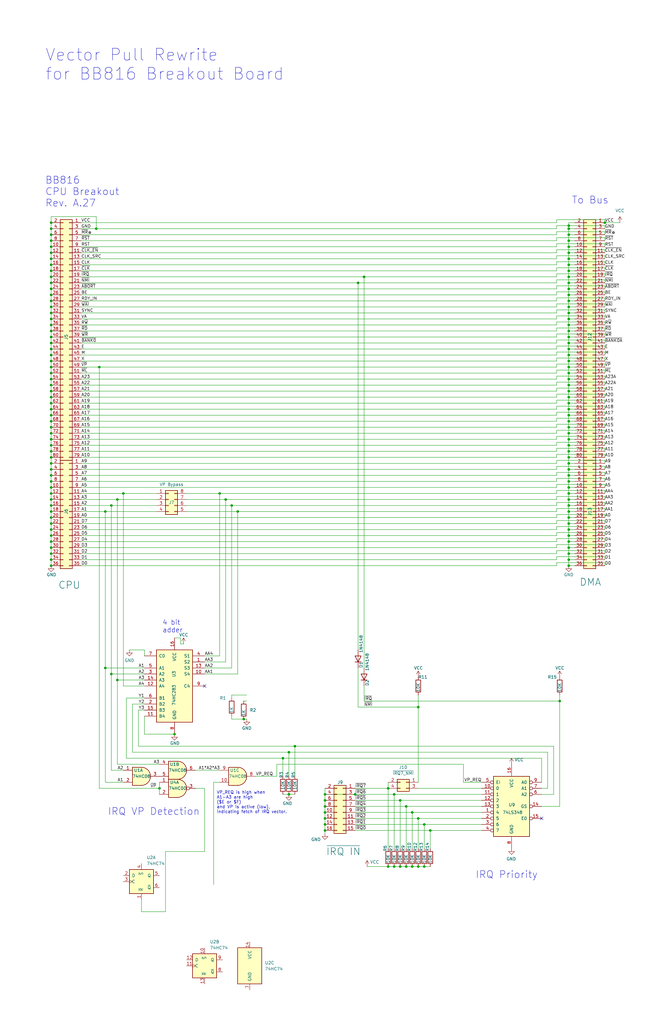
<source format=kicad_sch>
(kicad_sch (version 20230121) (generator eeschema)
  (paper "B" portrait)
  (junction (at 240.03 193.04))
  (junction (at 21.59 154.94))
  (junction (at 181.61 350.52))
  (junction (at 21.59 104.14))
  (junction (at 21.59 129.54))
  (junction (at 240.03 205.74))
  (junction (at 137.16 347.98))
  (junction (at 176.53 345.44))
  (junction (at 240.03 203.2))
  (junction (at 240.03 147.32))
  (junction (at 21.59 228.6))
  (junction (at 21.59 208.28))
  (junction (at 21.59 157.48))
  (junction (at 240.03 220.98))
  (junction (at 21.59 165.1))
  (junction (at 179.07 347.98))
  (junction (at 21.59 195.58))
  (junction (at 240.03 160.02))
  (junction (at 240.03 99.06))
  (junction (at 49.53 210.82))
  (junction (at 240.03 109.22))
  (junction (at 240.03 182.88))
  (junction (at 21.59 213.36))
  (junction (at 240.03 195.58))
  (junction (at 240.03 144.78))
  (junction (at 240.03 95.25))
  (junction (at 44.45 215.9))
  (junction (at 240.03 226.06))
  (junction (at 21.59 218.44))
  (junction (at 149.86 335.28))
  (junction (at 240.03 233.68))
  (junction (at 137.16 337.82))
  (junction (at 21.59 144.78))
  (junction (at 21.59 160.02))
  (junction (at 67.31 332.74))
  (junction (at 21.59 203.2))
  (junction (at 124.46 314.96))
  (junction (at 240.03 104.14))
  (junction (at 153.67 116.84))
  (junction (at 46.99 213.36))
  (junction (at 163.83 365.76))
  (junction (at 21.59 139.7))
  (junction (at 21.59 177.8))
  (junction (at 95.25 210.82))
  (junction (at 137.16 345.44))
  (junction (at 21.59 200.66))
  (junction (at 21.59 231.14))
  (junction (at 21.59 109.22))
  (junction (at 21.59 190.5))
  (junction (at 21.59 180.34))
  (junction (at 240.03 167.64))
  (junction (at 240.03 142.24))
  (junction (at 21.59 210.82))
  (junction (at 21.59 93.98))
  (junction (at 240.03 208.28))
  (junction (at 166.37 365.76))
  (junction (at 21.59 152.4))
  (junction (at 21.59 198.12))
  (junction (at 255.27 93.98))
  (junction (at 121.92 317.5))
  (junction (at 240.03 132.08))
  (junction (at 240.03 127))
  (junction (at 21.59 132.08))
  (junction (at 41.91 154.94))
  (junction (at 240.03 185.42))
  (junction (at 240.03 218.44))
  (junction (at 240.03 177.8))
  (junction (at 173.99 342.9))
  (junction (at 240.03 210.82))
  (junction (at 240.03 152.4))
  (junction (at 21.59 185.42))
  (junction (at 240.03 149.86))
  (junction (at 21.59 172.72))
  (junction (at 240.03 114.3))
  (junction (at 179.07 365.76))
  (junction (at 21.59 167.64))
  (junction (at 21.59 223.52))
  (junction (at 173.99 365.76))
  (junction (at 240.03 175.26))
  (junction (at 21.59 215.9))
  (junction (at 176.53 298.45))
  (junction (at 171.45 365.76))
  (junction (at 21.59 137.16))
  (junction (at 163.83 332.74))
  (junction (at 21.59 96.52))
  (junction (at 21.59 147.32))
  (junction (at 21.59 124.46))
  (junction (at 21.59 119.38))
  (junction (at 168.91 365.76))
  (junction (at 44.45 281.94))
  (junction (at 21.59 162.56))
  (junction (at 240.03 231.14))
  (junction (at 240.03 154.94))
  (junction (at 240.03 165.1))
  (junction (at 21.59 220.98))
  (junction (at 137.16 350.52))
  (junction (at 21.59 149.86))
  (junction (at 240.03 106.68))
  (junction (at 137.16 342.9))
  (junction (at 168.91 337.82))
  (junction (at 21.59 187.96))
  (junction (at 52.07 208.28))
  (junction (at 240.03 236.22))
  (junction (at 240.03 134.62))
  (junction (at 236.22 295.91))
  (junction (at 240.03 213.36))
  (junction (at 240.03 187.96))
  (junction (at 240.03 116.84))
  (junction (at 21.59 182.88))
  (junction (at 21.59 175.26))
  (junction (at 240.03 111.76))
  (junction (at 240.03 170.18))
  (junction (at 21.59 170.18))
  (junction (at 21.59 99.06))
  (junction (at 92.71 208.28))
  (junction (at 21.59 193.04))
  (junction (at 240.03 129.54))
  (junction (at 240.03 96.52))
  (junction (at 21.59 111.76))
  (junction (at 73.66 309.88))
  (junction (at 137.16 340.36))
  (junction (at 21.59 205.74))
  (junction (at 21.59 142.24))
  (junction (at 102.87 303.53))
  (junction (at 240.03 119.38))
  (junction (at 176.53 365.76))
  (junction (at 137.16 335.28))
  (junction (at 21.59 106.68))
  (junction (at 240.03 157.48))
  (junction (at 240.03 200.66))
  (junction (at 40.64 96.52))
  (junction (at 240.03 121.92))
  (junction (at 21.59 121.92))
  (junction (at 240.03 139.7))
  (junction (at 121.92 335.28))
  (junction (at 21.59 134.62))
  (junction (at 21.59 236.22))
  (junction (at 21.59 238.76))
  (junction (at 21.59 127))
  (junction (at 46.99 284.48))
  (junction (at 240.03 198.12))
  (junction (at 97.79 213.36))
  (junction (at 21.59 116.84))
  (junction (at 21.59 233.68))
  (junction (at 21.59 101.6))
  (junction (at 240.03 124.46))
  (junction (at 240.03 180.34))
  (junction (at 240.03 162.56))
  (junction (at 171.45 340.36))
  (junction (at 151.13 119.38))
  (junction (at 100.33 215.9))
  (junction (at 240.03 101.6))
  (junction (at 166.37 335.28))
  (junction (at 240.03 172.72))
  (junction (at 21.59 226.06))
  (junction (at 240.03 238.76))
  (junction (at 240.03 137.16))
  (junction (at 240.03 215.9))
  (junction (at 240.03 190.5))
  (junction (at 21.59 114.3))
  (junction (at 119.38 320.04))
  (junction (at 240.03 228.6))
  (junction (at 240.03 223.52))
  (junction (at 49.53 287.02))
  (no_connect (at 228.6 345.44))
  (no_connect (at 86.36 289.56))
  (wire (pts (xy 255.27 189.23) (xy 255.27 190.5)))
  (wire (pts (xy 234.95 179.07) (xy 234.95 180.34)))
  (wire (pts (xy 59.69 379.73) (xy 59.69 384.81)))
  (wire (pts (xy 240.03 175.26) (xy 242.57 175.26)))
  (wire (pts (xy 255.27 222.25) (xy 234.95 222.25)))
  (wire (pts (xy 124.46 314.96) (xy 124.46 327.66)))
  (wire (pts (xy 240.03 226.06) (xy 240.03 228.6)))
  (wire (pts (xy 21.59 233.68) (xy 21.59 236.22)))
  (wire (pts (xy 21.59 154.94) (xy 21.59 157.48)))
  (wire (pts (xy 234.95 181.61) (xy 234.95 182.88)))
  (wire (pts (xy 255.27 212.09) (xy 255.27 213.36)))
  (wire (pts (xy 234.95 160.02) (xy 234.95 158.75)))
  (wire (pts (xy 21.59 127) (xy 21.59 129.54)))
  (wire (pts (xy 240.03 233.68) (xy 240.03 236.22)))
  (wire (pts (xy 78.74 208.28) (xy 92.71 208.28)))
  (wire (pts (xy 255.27 217.17) (xy 234.95 217.17)))
  (wire (pts (xy 240.03 226.06) (xy 242.57 226.06)))
  (wire (pts (xy 176.53 345.44) (xy 176.53 358.14)))
  (wire (pts (xy 255.27 113.03) (xy 234.95 113.03)))
  (wire (pts (xy 86.36 281.94) (xy 97.79 281.94)))
  (wire (pts (xy 240.03 160.02) (xy 240.03 162.56)))
  (wire (pts (xy 234.95 172.72) (xy 234.95 171.45)))
  (wire (pts (xy 116.84 327.66) (xy 116.84 322.58)))
  (wire (pts (xy 240.03 200.66) (xy 242.57 200.66)))
  (wire (pts (xy 234.95 143.51) (xy 255.27 143.51)))
  (wire (pts (xy 21.59 218.44) (xy 21.59 220.98)))
  (wire (pts (xy 90.17 330.2) (xy 92.71 330.2)))
  (wire (pts (xy 255.27 100.33) (xy 234.95 100.33)))
  (wire (pts (xy 234.95 217.17) (xy 234.95 218.44)))
  (wire (pts (xy 34.29 236.22) (xy 234.95 236.22)))
  (wire (pts (xy 234.95 140.97) (xy 234.95 142.24)))
  (wire (pts (xy 149.86 340.36) (xy 171.45 340.36)))
  (wire (pts (xy 21.59 236.22) (xy 21.59 238.76)))
  (wire (pts (xy 176.53 332.74) (xy 203.2 332.74)))
  (wire (pts (xy 92.71 276.86) (xy 92.71 208.28)))
  (wire (pts (xy 21.59 203.2) (xy 21.59 205.74)))
  (wire (pts (xy 240.03 231.14) (xy 242.57 231.14)))
  (wire (pts (xy 240.03 170.18) (xy 242.57 170.18)))
  (wire (pts (xy 255.27 199.39) (xy 255.27 200.66)))
  (wire (pts (xy 255.27 124.46) (xy 255.27 123.19)))
  (wire (pts (xy 255.27 125.73) (xy 234.95 125.73)))
  (wire (pts (xy 234.95 177.8) (xy 234.95 176.53)))
  (wire (pts (xy 234.95 102.87) (xy 234.95 104.14)))
  (wire (pts (xy 234.95 125.73) (xy 234.95 127)))
  (wire (pts (xy 233.68 335.28) (xy 228.6 335.28)))
  (wire (pts (xy 54.61 274.32) (xy 60.96 274.32)))
  (wire (pts (xy 60.96 274.32) (xy 60.96 276.86)))
  (wire (pts (xy 97.79 303.53) (xy 102.87 303.53)))
  (wire (pts (xy 234.95 234.95) (xy 234.95 236.22)))
  (wire (pts (xy 255.27 130.81) (xy 234.95 130.81)))
  (wire (pts (xy 52.07 289.56) (xy 60.96 289.56)))
  (wire (pts (xy 234.95 201.93) (xy 234.95 203.2)))
  (wire (pts (xy 255.27 161.29) (xy 255.27 162.56)))
  (wire (pts (xy 255.27 92.71) (xy 234.95 92.71)))
  (wire (pts (xy 21.59 111.76) (xy 21.59 114.3)))
  (wire (pts (xy 149.86 335.28) (xy 166.37 335.28)))
  (wire (pts (xy 82.55 325.12) (xy 92.71 325.12)))
  (wire (pts (xy 86.36 332.74) (xy 86.36 359.41)))
  (wire (pts (xy 34.29 142.24) (xy 234.95 142.24)))
  (wire (pts (xy 234.95 153.67) (xy 234.95 154.94)))
  (wire (pts (xy 234.95 100.33) (xy 234.95 101.6)))
  (wire (pts (xy 34.29 129.54) (xy 234.95 129.54)))
  (wire (pts (xy 21.59 129.54) (xy 21.59 132.08)))
  (wire (pts (xy 176.53 345.44) (xy 203.2 345.44)))
  (wire (pts (xy 255.27 158.75) (xy 255.27 160.02)))
  (wire (pts (xy 234.95 146.05) (xy 234.95 147.32)))
  (wire (pts (xy 255.27 168.91) (xy 255.27 170.18)))
  (wire (pts (xy 21.59 144.78) (xy 21.59 147.32)))
  (wire (pts (xy 255.27 201.93) (xy 234.95 201.93)))
  (wire (pts (xy 34.29 172.72) (xy 234.95 172.72)))
  (wire (pts (xy 255.27 214.63) (xy 234.95 214.63)))
  (wire (pts (xy 34.29 104.14) (xy 234.95 104.14)))
  (wire (pts (xy 21.59 187.96) (xy 21.59 190.5)))
  (wire (pts (xy 234.95 128.27) (xy 234.95 129.54)))
  (wire (pts (xy 21.59 226.06) (xy 21.59 228.6)))
  (wire (pts (xy 21.59 152.4) (xy 21.59 154.94)))
  (wire (pts (xy 44.45 215.9) (xy 66.04 215.9)))
  (wire (pts (xy 34.29 182.88) (xy 234.95 182.88)))
  (wire (pts (xy 21.59 223.52) (xy 21.59 226.06)))
  (wire (pts (xy 149.86 337.82) (xy 168.91 337.82)))
  (wire (pts (xy 153.67 116.84) (xy 234.95 116.84)))
  (wire (pts (xy 44.45 281.94) (xy 60.96 281.94)))
  (wire (pts (xy 21.59 132.08) (xy 21.59 134.62)))
  (wire (pts (xy 255.27 163.83) (xy 255.27 165.1)))
  (wire (pts (xy 153.67 295.91) (xy 153.67 289.56)))
  (wire (pts (xy 255.27 101.6) (xy 255.27 100.33)))
  (wire (pts (xy 21.59 175.26) (xy 21.59 177.8)))
  (wire (pts (xy 240.03 220.98) (xy 240.03 223.52)))
  (wire (pts (xy 255.27 148.59) (xy 234.95 148.59)))
  (wire (pts (xy 102.87 295.91) (xy 104.14 295.91)))
  (wire (pts (xy 240.03 109.22) (xy 242.57 109.22)))
  (wire (pts (xy 255.27 191.77) (xy 234.95 191.77)))
  (wire (pts (xy 137.16 337.82) (xy 137.16 340.36)))
  (wire (pts (xy 34.29 114.3) (xy 234.95 114.3)))
  (wire (pts (xy 21.59 160.02) (xy 21.59 162.56)))
  (wire (pts (xy 240.03 127) (xy 242.57 127)))
  (wire (pts (xy 34.29 220.98) (xy 234.95 220.98)))
  (wire (pts (xy 121.92 335.28) (xy 119.38 335.28)))
  (wire (pts (xy 149.86 342.9) (xy 173.99 342.9)))
  (wire (pts (xy 240.03 233.68) (xy 242.57 233.68)))
  (wire (pts (xy 34.29 149.86) (xy 234.95 149.86)))
  (wire (pts (xy 97.79 213.36) (xy 234.95 213.36)))
  (wire (pts (xy 76.2 269.24) (xy 73.66 269.24)))
  (wire (pts (xy 255.27 184.15) (xy 255.27 185.42)))
  (wire (pts (xy 21.59 119.38) (xy 21.59 121.92)))
  (wire (pts (xy 52.07 208.28) (xy 52.07 289.56)))
  (wire (pts (xy 240.03 99.06) (xy 242.57 99.06)))
  (wire (pts (xy 95.25 210.82) (xy 95.25 279.4)))
  (wire (pts (xy 60.96 302.26) (xy 60.96 309.88)))
  (wire (pts (xy 240.03 205.74) (xy 240.03 208.28)))
  (wire (pts (xy 255.27 184.15) (xy 234.95 184.15)))
  (wire (pts (xy 166.37 365.76) (xy 168.91 365.76)))
  (wire (pts (xy 240.03 236.22) (xy 240.03 238.76)))
  (wire (pts (xy 240.03 187.96) (xy 242.57 187.96)))
  (wire (pts (xy 240.03 114.3) (xy 242.57 114.3)))
  (wire (pts (xy 255.27 196.85) (xy 234.95 196.85)))
  (wire (pts (xy 21.59 182.88) (xy 21.59 185.42)))
  (wire (pts (xy 121.92 317.5) (xy 121.92 327.66)))
  (wire (pts (xy 21.59 101.6) (xy 21.59 104.14)))
  (wire (pts (xy 153.67 295.91) (xy 236.22 295.91)))
  (wire (pts (xy 52.07 208.28) (xy 66.04 208.28)))
  (wire (pts (xy 21.59 106.68) (xy 21.59 109.22)))
  (wire (pts (xy 240.03 213.36) (xy 240.03 215.9)))
  (wire (pts (xy 255.27 212.09) (xy 234.95 212.09)))
  (wire (pts (xy 234.95 96.52) (xy 234.95 95.25)))
  (wire (pts (xy 255.27 109.22) (xy 255.27 107.95)))
  (wire (pts (xy 240.03 193.04) (xy 240.03 195.58)))
  (wire (pts (xy 255.27 146.05) (xy 234.95 146.05)))
  (wire (pts (xy 137.16 335.28) (xy 149.86 335.28)))
  (wire (pts (xy 240.03 218.44) (xy 242.57 218.44)))
  (wire (pts (xy 34.29 111.76) (xy 234.95 111.76)))
  (wire (pts (xy 255.27 207.01) (xy 234.95 207.01)))
  (wire (pts (xy 255.27 161.29) (xy 234.95 161.29)))
  (wire (pts (xy 153.67 281.94) (xy 153.67 116.84)))
  (wire (pts (xy 240.03 139.7) (xy 242.57 139.7)))
  (wire (pts (xy 255.27 166.37) (xy 255.27 167.64)))
  (wire (pts (xy 255.27 106.68) (xy 255.27 105.41)))
  (wire (pts (xy 240.03 220.98) (xy 242.57 220.98)))
  (wire (pts (xy 255.27 138.43) (xy 255.27 139.7)))
  (wire (pts (xy 171.45 340.36) (xy 203.2 340.36)))
  (wire (pts (xy 240.03 111.76) (xy 242.57 111.76)))
  (wire (pts (xy 102.87 303.53) (xy 104.14 303.53)))
  (wire (pts (xy 234.95 214.63) (xy 234.95 215.9)))
  (wire (pts (xy 234.95 151.13) (xy 234.95 152.4)))
  (wire (pts (xy 234.95 156.21) (xy 234.95 157.48)))
  (wire (pts (xy 255.27 163.83) (xy 234.95 163.83)))
  (wire (pts (xy 255.27 135.89) (xy 234.95 135.89)))
  (wire (pts (xy 95.25 210.82) (xy 234.95 210.82)))
  (wire (pts (xy 240.03 144.78) (xy 240.03 147.32)))
  (wire (pts (xy 21.59 142.24) (xy 21.59 144.78)))
  (wire (pts (xy 240.03 223.52) (xy 240.03 226.06)))
  (wire (pts (xy 21.59 165.1) (xy 21.59 167.64)))
  (wire (pts (xy 240.03 175.26) (xy 240.03 177.8)))
  (wire (pts (xy 67.31 332.74) (xy 67.31 335.28)))
  (wire (pts (xy 234.95 191.77) (xy 234.95 193.04)))
  (wire (pts (xy 171.45 365.76) (xy 168.91 365.76)))
  (wire (pts (xy 255.27 181.61) (xy 234.95 181.61)))
  (wire (pts (xy 166.37 365.76) (xy 163.83 365.76)))
  (wire (pts (xy 255.27 194.31) (xy 234.95 194.31)))
  (wire (pts (xy 240.03 104.14) (xy 242.57 104.14)))
  (wire (pts (xy 240.03 198.12) (xy 240.03 200.66)))
  (wire (pts (xy 34.29 193.04) (xy 234.95 193.04)))
  (wire (pts (xy 34.29 154.94) (xy 41.91 154.94)))
  (wire (pts (xy 60.96 309.88) (xy 73.66 309.88)))
  (wire (pts (xy 255.27 133.35) (xy 255.27 134.62)))
  (wire (pts (xy 171.45 365.76) (xy 173.99 365.76)))
  (wire (pts (xy 255.27 219.71) (xy 234.95 219.71)))
  (wire (pts (xy 240.03 142.24) (xy 242.57 142.24)))
  (wire (pts (xy 240.03 116.84) (xy 242.57 116.84)))
  (wire (pts (xy 21.59 93.98) (xy 21.59 96.52)))
  (wire (pts (xy 240.03 144.78) (xy 242.57 144.78)))
  (wire (pts (xy 255.27 118.11) (xy 234.95 118.11)))
  (wire (pts (xy 255.27 114.3) (xy 255.27 113.03)))
  (wire (pts (xy 240.03 139.7) (xy 240.03 142.24)))
  (wire (pts (xy 78.74 213.36) (xy 97.79 213.36)))
  (wire (pts (xy 58.42 299.72) (xy 60.96 299.72)))
  (wire (pts (xy 255.27 227.33) (xy 255.27 228.6)))
  (wire (pts (xy 176.53 298.45) (xy 151.13 298.45)))
  (wire (pts (xy 67.31 330.2) (xy 67.31 332.74)))
  (wire (pts (xy 255.27 224.79) (xy 234.95 224.79)))
  (wire (pts (xy 240.03 134.62) (xy 240.03 137.16)))
  (wire (pts (xy 166.37 335.28) (xy 203.2 335.28)))
  (wire (pts (xy 34.29 177.8) (xy 234.95 177.8)))
  (wire (pts (xy 240.03 116.84) (xy 240.03 119.38)))
  (wire (pts (xy 21.59 185.42) (xy 21.59 187.96)))
  (wire (pts (xy 181.61 365.76) (xy 179.07 365.76)))
  (wire (pts (xy 176.53 293.37) (xy 176.53 298.45)))
  (wire (pts (xy 234.95 133.35) (xy 234.95 134.62)))
  (wire (pts (xy 255.27 104.14) (xy 255.27 102.87)))
  (wire (pts (xy 231.14 317.5) (xy 231.14 332.74)))
  (wire (pts (xy 21.59 193.04) (xy 21.59 195.58)))
  (wire (pts (xy 240.03 152.4) (xy 242.57 152.4)))
  (wire (pts (xy 34.29 119.38) (xy 151.13 119.38)))
  (wire (pts (xy 255.27 140.97) (xy 255.27 142.24)))
  (wire (pts (xy 97.79 302.26) (xy 97.79 303.53)))
  (wire (pts (xy 234.95 115.57) (xy 234.95 116.84)))
  (wire (pts (xy 240.03 104.14) (xy 240.03 106.68)))
  (wire (pts (xy 234.95 135.89) (xy 234.95 137.16)))
  (wire (pts (xy 236.22 295.91) (xy 236.22 340.36)))
  (wire (pts (xy 34.29 218.44) (xy 234.95 218.44)))
  (wire (pts (xy 255.27 97.79) (xy 234.95 97.79)))
  (wire (pts (xy 240.03 149.86) (xy 242.57 149.86)))
  (wire (pts (xy 240.03 172.72) (xy 242.57 172.72)))
  (wire (pts (xy 86.36 359.41) (xy 69.85 359.41)))
  (wire (pts (xy 231.14 332.74) (xy 228.6 332.74)))
  (wire (pts (xy 179.07 347.98) (xy 179.07 358.14)))
  (wire (pts (xy 255.27 214.63) (xy 255.27 215.9)))
  (wire (pts (xy 240.03 195.58) (xy 242.57 195.58)))
  (wire (pts (xy 34.29 93.98) (xy 234.95 93.98)))
  (wire (pts (xy 137.16 342.9) (xy 137.16 345.44)))
  (wire (pts (xy 240.03 177.8) (xy 240.03 180.34)))
  (wire (pts (xy 40.64 91.44) (xy 40.64 96.52)))
  (wire (pts (xy 34.29 226.06) (xy 234.95 226.06)))
  (wire (pts (xy 21.59 213.36) (xy 21.59 215.9)))
  (wire (pts (xy 255.27 186.69) (xy 234.95 186.69)))
  (wire (pts (xy 240.03 205.74) (xy 242.57 205.74)))
  (wire (pts (xy 34.29 228.6) (xy 234.95 228.6)))
  (wire (pts (xy 34.29 223.52) (xy 234.95 223.52)))
  (wire (pts (xy 255.27 191.77) (xy 255.27 193.04)))
  (wire (pts (xy 34.29 116.84) (xy 153.67 116.84)))
  (wire (pts (xy 255.27 201.93) (xy 255.27 203.2)))
  (wire (pts (xy 41.91 332.74) (xy 67.31 332.74)))
  (wire (pts (xy 240.03 101.6) (xy 240.03 104.14)))
  (wire (pts (xy 34.29 162.56) (xy 234.95 162.56)))
  (wire (pts (xy 255.27 207.01) (xy 255.27 208.28)))
  (wire (pts (xy 233.68 335.28) (xy 233.68 314.96)))
  (wire (pts (xy 234.95 184.15) (xy 234.95 185.42)))
  (wire (pts (xy 179.07 365.76) (xy 176.53 365.76)))
  (wire (pts (xy 86.36 284.48) (xy 100.33 284.48)))
  (wire (pts (xy 234.95 105.41) (xy 234.95 106.68)))
  (wire (pts (xy 116.84 322.58) (xy 195.58 322.58)))
  (wire (pts (xy 181.61 350.52) (xy 181.61 358.14)))
  (wire (pts (xy 78.74 215.9) (xy 100.33 215.9)))
  (wire (pts (xy 92.71 276.86) (xy 86.36 276.86)))
  (wire (pts (xy 151.13 119.38) (xy 151.13 274.32)))
  (wire (pts (xy 151.13 281.94) (xy 151.13 298.45)))
  (wire (pts (xy 34.29 121.92) (xy 234.95 121.92)))
  (wire (pts (xy 234.95 232.41) (xy 234.95 233.68)))
  (wire (pts (xy 34.29 160.02) (xy 234.95 160.02)))
  (wire (pts (xy 119.38 327.66) (xy 119.38 320.04)))
  (wire (pts (xy 34.29 187.96) (xy 234.95 187.96)))
  (wire (pts (xy 255.27 176.53) (xy 234.95 176.53)))
  (wire (pts (xy 41.91 154.94) (xy 234.95 154.94)))
  (wire (pts (xy 166.37 335.28) (xy 166.37 358.14)))
  (wire (pts (xy 240.03 96.52) (xy 240.03 99.06)))
  (wire (pts (xy 234.95 162.56) (xy 234.95 161.29)))
  (wire (pts (xy 255.27 116.84) (xy 255.27 115.57)))
  (wire (pts (xy 34.29 157.48) (xy 234.95 157.48)))
  (wire (pts (xy 255.27 209.55) (xy 234.95 209.55)))
  (wire (pts (xy 255.27 168.91) (xy 234.95 168.91)))
  (wire (pts (xy 240.03 195.58) (xy 240.03 198.12)))
  (wire (pts (xy 34.29 167.64) (xy 234.95 167.64)))
  (wire (pts (xy 255.27 153.67) (xy 255.27 154.94)))
  (wire (pts (xy 34.29 170.18) (xy 234.95 170.18)))
  (wire (pts (xy 255.27 151.13) (xy 255.27 152.4)))
  (wire (pts (xy 255.27 227.33) (xy 234.95 227.33)))
  (wire (pts (xy 255.27 128.27) (xy 255.27 129.54)))
  (wire (pts (xy 21.59 215.9) (xy 21.59 218.44)))
  (wire (pts (xy 240.03 238.76) (xy 242.57 238.76)))
  (wire (pts (xy 21.59 91.44) (xy 40.64 91.44)))
  (wire (pts (xy 34.29 127) (xy 234.95 127)))
  (wire (pts (xy 168.91 337.82) (xy 168.91 358.14)))
  (wire (pts (xy 195.58 322.58) (xy 195.58 330.2)))
  (wire (pts (xy 240.03 215.9) (xy 242.57 215.9)))
  (wire (pts (xy 240.03 149.86) (xy 240.03 152.4)))
  (wire (pts (xy 121.92 317.5) (xy 231.14 317.5)))
  (wire (pts (xy 46.99 284.48) (xy 46.99 325.12)))
  (wire (pts (xy 255.27 224.79) (xy 255.27 226.06)))
  (wire (pts (xy 21.59 228.6) (xy 21.59 231.14)))
  (wire (pts (xy 34.29 137.16) (xy 234.95 137.16)))
  (wire (pts (xy 40.64 96.52) (xy 34.29 96.52)))
  (wire (pts (xy 21.59 180.34) (xy 21.59 182.88)))
  (wire (pts (xy 34.29 109.22) (xy 234.95 109.22)))
  (wire (pts (xy 234.95 130.81) (xy 234.95 132.08)))
  (wire (pts (xy 234.95 204.47) (xy 234.95 205.74)))
  (wire (pts (xy 55.88 297.18) (xy 55.88 317.5)))
  (wire (pts (xy 234.95 227.33) (xy 234.95 228.6)))
  (wire (pts (xy 77.47 271.78) (xy 76.2 271.78)))
  (wire (pts (xy 240.03 193.04) (xy 242.57 193.04)))
  (wire (pts (xy 53.34 294.64) (xy 60.96 294.64)))
  (wire (pts (xy 34.29 215.9) (xy 44.45 215.9)))
  (wire (pts (xy 255.27 186.69) (xy 255.27 187.96)))
  (wire (pts (xy 21.59 109.22) (xy 21.59 111.76)))
  (wire (pts (xy 240.03 190.5) (xy 240.03 193.04)))
  (wire (pts (xy 34.29 134.62) (xy 234.95 134.62)))
  (wire (pts (xy 234.95 199.39) (xy 234.95 200.66)))
  (wire (pts (xy 21.59 200.66) (xy 21.59 203.2)))
  (wire (pts (xy 255.27 156.21) (xy 234.95 156.21)))
  (wire (pts (xy 240.03 106.68) (xy 240.03 109.22)))
  (wire (pts (xy 46.99 213.36) (xy 66.04 213.36)))
  (wire (pts (xy 34.29 185.42) (xy 234.95 185.42)))
  (wire (pts (xy 240.03 165.1) (xy 242.57 165.1)))
  (wire (pts (xy 234.95 207.01) (xy 234.95 208.28)))
  (wire (pts (xy 34.29 152.4) (xy 234.95 152.4)))
  (wire (pts (xy 90.17 373.38) (xy 90.17 330.2)))
  (wire (pts (xy 255.27 143.51) (xy 255.27 144.78)))
  (wire (pts (xy 234.95 107.95) (xy 234.95 109.22)))
  (wire (pts (xy 240.03 147.32) (xy 242.57 147.32)))
  (wire (pts (xy 255.27 107.95) (xy 234.95 107.95)))
  (wire (pts (xy 240.03 167.64) (xy 242.57 167.64)))
  (wire (pts (xy 104.14 293.37) (xy 97.79 293.37)))
  (wire (pts (xy 34.29 208.28) (xy 52.07 208.28)))
  (wire (pts (xy 121.92 317.5) (xy 55.88 317.5)))
  (wire (pts (xy 240.03 114.3) (xy 240.03 116.84)))
  (wire (pts (xy 34.29 147.32) (xy 234.95 147.32)))
  (wire (pts (xy 179.07 347.98) (xy 203.2 347.98)))
  (wire (pts (xy 255.27 232.41) (xy 234.95 232.41)))
  (wire (pts (xy 100.33 215.9) (xy 234.95 215.9)))
  (wire (pts (xy 234.95 222.25) (xy 234.95 223.52)))
  (wire (pts (xy 34.29 231.14) (xy 234.95 231.14)))
  (wire (pts (xy 34.29 124.46) (xy 234.95 124.46)))
  (wire (pts (xy 255.27 181.61) (xy 255.27 182.88)))
  (wire (pts (xy 240.03 187.96) (xy 240.03 190.5)))
  (wire (pts (xy 34.29 238.76) (xy 234.95 238.76)))
  (wire (pts (xy 21.59 157.48) (xy 21.59 160.02)))
  (wire (pts (xy 240.03 157.48) (xy 240.03 160.02)))
  (wire (pts (xy 255.27 93.98) (xy 261.62 93.98)))
  (wire (pts (xy 21.59 121.92) (xy 21.59 124.46)))
  (wire (pts (xy 34.29 99.06) (xy 234.95 99.06)))
  (wire (pts (xy 49.53 287.02) (xy 49.53 322.58)))
  (wire (pts (xy 119.38 320.04) (xy 228.6 320.04)))
  (wire (pts (xy 240.03 121.92) (xy 240.03 124.46)))
  (wire (pts (xy 234.95 196.85) (xy 234.95 198.12)))
  (wire (pts (xy 255.27 234.95) (xy 234.95 234.95)))
  (wire (pts (xy 124.46 314.96) (xy 233.68 314.96)))
  (wire (pts (xy 255.27 115.57) (xy 234.95 115.57)))
  (wire (pts (xy 255.27 96.52) (xy 255.27 95.25)))
  (wire (pts (xy 234.95 138.43) (xy 234.95 139.7)))
  (wire (pts (xy 240.03 213.36) (xy 242.57 213.36)))
  (wire (pts (xy 240.03 121.92) (xy 242.57 121.92)))
  (wire (pts (xy 240.03 154.94) (xy 240.03 157.48)))
  (wire (pts (xy 234.95 219.71) (xy 234.95 220.98)))
  (wire (pts (xy 255.27 158.75) (xy 234.95 158.75)))
  (wire (pts (xy 240.03 119.38) (xy 242.57 119.38)))
  (wire (pts (xy 234.95 237.49) (xy 234.95 238.76)))
  (wire (pts (xy 240.03 165.1) (xy 240.03 167.64)))
  (wire (pts (xy 234.95 186.69) (xy 234.95 187.96)))
  (wire (pts (xy 240.03 106.68) (xy 242.57 106.68)))
  (wire (pts (xy 240.03 215.9) (xy 240.03 218.44)))
  (wire (pts (xy 255.27 219.71) (xy 255.27 220.98)))
  (wire (pts (xy 240.03 170.18) (xy 240.03 172.72)))
  (wire (pts (xy 92.71 208.28) (xy 234.95 208.28)))
  (wire (pts (xy 240.03 124.46) (xy 242.57 124.46)))
  (wire (pts (xy 34.29 195.58) (xy 234.95 195.58)))
  (wire (pts (xy 240.03 127) (xy 240.03 129.54)))
  (wire (pts (xy 176.53 330.2) (xy 176.53 298.45)))
  (wire (pts (xy 21.59 162.56) (xy 21.59 165.1)))
  (wire (pts (xy 195.58 330.2) (xy 203.2 330.2)))
  (wire (pts (xy 21.59 124.46) (xy 21.59 127)))
  (wire (pts (xy 149.86 347.98) (xy 179.07 347.98)))
  (wire (pts (xy 255.27 209.55) (xy 255.27 210.82)))
  (wire (pts (xy 21.59 149.86) (xy 21.59 152.4)))
  (wire (pts (xy 255.27 199.39) (xy 234.95 199.39)))
  (wire (pts (xy 255.27 105.41) (xy 234.95 105.41)))
  (wire (pts (xy 97.79 293.37) (xy 97.79 294.64)))
  (wire (pts (xy 255.27 127) (xy 255.27 125.73)))
  (wire (pts (xy 255.27 153.67) (xy 234.95 153.67)))
  (wire (pts (xy 255.27 133.35) (xy 234.95 133.35)))
  (wire (pts (xy 107.95 327.66) (xy 116.84 327.66)))
  (wire (pts (xy 240.03 167.64) (xy 240.03 170.18)))
  (wire (pts (xy 21.59 91.44) (xy 21.59 93.98)))
  (wire (pts (xy 240.03 208.28) (xy 240.03 210.82)))
  (wire (pts (xy 255.27 173.99) (xy 234.95 173.99)))
  (wire (pts (xy 240.03 210.82) (xy 240.03 213.36)))
  (wire (pts (xy 240.03 218.44) (xy 240.03 220.98)))
  (wire (pts (xy 34.29 175.26) (xy 234.95 175.26)))
  (wire (pts (xy 234.95 95.25) (xy 240.03 95.25)))
  (wire (pts (xy 255.27 229.87) (xy 234.95 229.87)))
  (wire (pts (xy 163.83 330.2) (xy 163.83 332.74)))
  (wire (pts (xy 100.33 284.48) (xy 100.33 215.9)))
  (wire (pts (xy 149.86 332.74) (xy 163.83 332.74)))
  (wire (pts (xy 234.95 113.03) (xy 234.95 114.3)))
  (wire (pts (xy 255.27 121.92) (xy 255.27 120.65)))
  (wire (pts (xy 34.29 132.08) (xy 234.95 132.08)))
  (wire (pts (xy 234.95 123.19) (xy 234.95 124.46)))
  (wire (pts (xy 240.03 99.06) (xy 240.03 101.6)))
  (wire (pts (xy 154.94 365.76) (xy 163.83 365.76)))
  (wire (pts (xy 234.95 212.09) (xy 234.95 213.36)))
  (wire (pts (xy 240.03 228.6) (xy 240.03 231.14)))
  (wire (pts (xy 21.59 99.06) (xy 21.59 101.6)))
  (wire (pts (xy 181.61 350.52) (xy 203.2 350.52)))
  (wire (pts (xy 255.27 204.47) (xy 234.95 204.47)))
  (wire (pts (xy 34.29 180.34) (xy 234.95 180.34)))
  (wire (pts (xy 240.03 228.6) (xy 242.57 228.6)))
  (wire (pts (xy 255.27 194.31) (xy 255.27 195.58)))
  (wire (pts (xy 240.03 132.08) (xy 242.57 132.08)))
  (wire (pts (xy 78.74 210.82) (xy 95.25 210.82)))
  (wire (pts (xy 34.29 106.68) (xy 234.95 106.68)))
  (wire (pts (xy 255.27 148.59) (xy 255.27 149.86)))
  (wire (pts (xy 76.2 271.78) (xy 76.2 269.24)))
  (wire (pts (xy 21.59 190.5) (xy 21.59 193.04)))
  (wire (pts (xy 86.36 279.4) (xy 95.25 279.4)))
  (wire (pts (xy 234.95 110.49) (xy 234.95 111.76)))
  (wire (pts (xy 240.03 119.38) (xy 240.03 121.92)))
  (wire (pts (xy 49.53 287.02) (xy 60.96 287.02)))
  (wire (pts (xy 21.59 220.98) (xy 21.59 223.52)))
  (wire (pts (xy 240.03 160.02) (xy 242.57 160.02)))
  (wire (pts (xy 240.03 198.12) (xy 242.57 198.12)))
  (wire (pts (xy 255.27 237.49) (xy 255.27 238.76)))
  (wire (pts (xy 255.27 110.49) (xy 234.95 110.49)))
  (wire (pts (xy 255.27 151.13) (xy 234.95 151.13)))
  (wire (pts (xy 21.59 134.62) (xy 21.59 137.16)))
  (wire (pts (xy 149.86 345.44) (xy 176.53 345.44)))
  (wire (pts (xy 255.27 171.45) (xy 255.27 172.72)))
  (wire (pts (xy 176.53 365.76) (xy 173.99 365.76)))
  (wire (pts (xy 255.27 232.41) (xy 255.27 233.68)))
  (wire (pts (xy 21.59 210.82) (xy 21.59 213.36)))
  (wire (pts (xy 34.29 190.5) (xy 234.95 190.5)))
  (wire (pts (xy 240.03 162.56) (xy 242.57 162.56)))
  (wire (pts (xy 255.27 173.99) (xy 255.27 175.26)))
  (wire (pts (xy 234.95 118.11) (xy 234.95 119.38)))
  (wire (pts (xy 255.27 102.87) (xy 234.95 102.87)))
  (wire (pts (xy 255.27 156.21) (xy 255.27 157.48)))
  (wire (pts (xy 255.27 179.07) (xy 234.95 179.07)))
  (wire (pts (xy 49.53 210.82) (xy 49.53 287.02)))
  (wire (pts (xy 46.99 325.12) (xy 52.07 325.12)))
  (wire (pts (xy 234.95 189.23) (xy 234.95 190.5)))
  (wire (pts (xy 240.03 95.25) (xy 240.03 96.52)))
  (wire (pts (xy 40.64 96.52) (xy 234.95 96.52)))
  (wire (pts (xy 34.29 205.74) (xy 234.95 205.74)))
  (wire (pts (xy 234.95 165.1) (xy 234.95 163.83)))
  (wire (pts (xy 234.95 148.59) (xy 234.95 149.86)))
  (wire (pts (xy 228.6 330.2) (xy 228.6 320.04)))
  (wire (pts (xy 240.03 96.52) (xy 242.57 96.52)))
  (wire (pts (xy 21.59 170.18) (xy 21.59 172.72)))
  (wire (pts (xy 234.95 97.79) (xy 234.95 99.06)))
  (wire (pts (xy 234.95 144.78) (xy 234.95 143.51)))
  (wire (pts (xy 58.42 299.72) (xy 58.42 314.96)))
  (wire (pts (xy 240.03 182.88) (xy 240.03 185.42)))
  (wire (pts (xy 255.27 140.97) (xy 234.95 140.97)))
  (wire (pts (xy 240.03 223.52) (xy 242.57 223.52)))
  (wire (pts (xy 240.03 154.94) (xy 242.57 154.94)))
  (wire (pts (xy 240.03 162.56) (xy 240.03 165.1)))
  (wire (pts (xy 124.46 314.96) (xy 58.42 314.96)))
  (wire (pts (xy 228.6 340.36) (xy 236.22 340.36)))
  (wire (pts (xy 255.27 229.87) (xy 255.27 231.14)))
  (wire (pts (xy 240.03 203.2) (xy 240.03 205.74)))
  (wire (pts (xy 69.85 359.41) (xy 69.85 384.81)))
  (wire (pts (xy 34.29 213.36) (xy 46.99 213.36)))
  (wire (pts (xy 255.27 99.06) (xy 255.27 97.79)))
  (wire (pts (xy 69.85 384.81) (xy 59.69 384.81)))
  (wire (pts (xy 240.03 95.25) (xy 255.27 95.25)))
  (wire (pts (xy 240.03 137.16) (xy 240.03 139.7)))
  (wire (pts (xy 255.27 176.53) (xy 255.27 177.8)))
  (wire (pts (xy 234.95 167.64) (xy 234.95 166.37)))
  (wire (pts (xy 255.27 135.89) (xy 255.27 137.16)))
  (wire (pts (xy 255.27 234.95) (xy 255.27 236.22)))
  (wire (pts (xy 240.03 180.34) (xy 240.03 182.88)))
  (wire (pts (xy 21.59 139.7) (xy 21.59 142.24)))
  (wire (pts (xy 21.59 137.16) (xy 21.59 139.7)))
  (wire (pts (xy 41.91 154.94) (xy 41.91 332.74)))
  (wire (pts (xy 34.29 200.66) (xy 234.95 200.66)))
  (wire (pts (xy 255.27 111.76) (xy 255.27 110.49)))
  (wire (pts (xy 34.29 165.1) (xy 234.95 165.1)))
  (wire (pts (xy 49.53 322.58) (xy 67.31 322.58)))
  (wire (pts (xy 137.16 351.79) (xy 137.16 350.52)))
  (wire (pts (xy 53.34 294.64) (xy 53.34 320.04)))
  (wire (pts (xy 34.29 139.7) (xy 234.95 139.7)))
  (wire (pts (xy 137.16 345.44) (xy 137.16 347.98)))
  (wire (pts (xy 240.03 111.76) (xy 240.03 114.3)))
  (wire (pts (xy 44.45 330.2) (xy 52.07 330.2)))
  (wire (pts (xy 21.59 198.12) (xy 21.59 200.66)))
  (wire (pts (xy 119.38 320.04) (xy 53.34 320.04)))
  (wire (pts (xy 234.95 175.26) (xy 234.95 173.99)))
  (wire (pts (xy 171.45 340.36) (xy 171.45 358.14)))
  (wire (pts (xy 240.03 157.48) (xy 242.57 157.48)))
  (wire (pts (xy 124.46 335.28) (xy 121.92 335.28)))
  (wire (pts (xy 46.99 284.48) (xy 60.96 284.48)))
  (wire (pts (xy 255.27 237.49) (xy 234.95 237.49)))
  (wire (pts (xy 46.99 213.36) (xy 46.99 284.48)))
  (wire (pts (xy 234.95 229.87) (xy 234.95 231.14)))
  (wire (pts (xy 255.27 119.38) (xy 255.27 118.11)))
  (wire (pts (xy 255.27 196.85) (xy 255.27 198.12)))
  (wire (pts (xy 240.03 124.46) (xy 240.03 127)))
  (wire (pts (xy 44.45 215.9) (xy 44.45 281.94)))
  (wire (pts (xy 234.95 92.71) (xy 234.95 93.98)))
  (wire (pts (xy 240.03 236.22) (xy 242.57 236.22)))
  (wire (pts (xy 34.29 203.2) (xy 234.95 203.2)))
  (wire (pts (xy 240.03 129.54) (xy 240.03 132.08)))
  (wire (pts (xy 240.03 210.82) (xy 242.57 210.82)))
  (wire (pts (xy 240.03 109.22) (xy 240.03 111.76)))
  (wire (pts (xy 255.27 179.07) (xy 255.27 180.34)))
  (wire (pts (xy 240.03 182.88) (xy 242.57 182.88)))
  (wire (pts (xy 173.99 342.9) (xy 173.99 358.14)))
  (wire (pts (xy 240.03 93.98) (xy 242.57 93.98)))
  (wire (pts (xy 240.03 185.42) (xy 242.57 185.42)))
  (wire (pts (xy 240.03 203.2) (xy 242.57 203.2)))
  (wire (pts (xy 21.59 104.14) (xy 21.59 106.68)))
  (wire (pts (xy 234.95 224.79) (xy 234.95 226.06)))
  (wire (pts (xy 240.03 172.72) (xy 240.03 175.26)))
  (wire (pts (xy 34.29 210.82) (xy 49.53 210.82)))
  (wire (pts (xy 240.03 142.24) (xy 240.03 144.78)))
  (wire (pts (xy 255.27 166.37) (xy 234.95 166.37)))
  (wire (pts (xy 163.83 332.74) (xy 163.83 358.14)))
  (wire (pts (xy 21.59 147.32) (xy 21.59 149.86)))
  (wire (pts (xy 240.03 93.98) (xy 240.03 95.25)))
  (wire (pts (xy 34.29 198.12) (xy 234.95 198.12)))
  (wire (pts (xy 255.27 123.19) (xy 234.95 123.19)))
  (wire (pts (xy 255.27 146.05) (xy 255.27 147.32)))
  (wire (pts (xy 234.95 194.31) (xy 234.95 195.58)))
  (wire (pts (xy 49.53 210.82) (xy 66.04 210.82)))
  (wire (pts (xy 137.16 347.98) (xy 137.16 350.52)))
  (wire (pts (xy 34.29 233.68) (xy 234.95 233.68)))
  (wire (pts (xy 21.59 177.8) (xy 21.59 180.34)))
  (wire (pts (xy 137.16 332.74) (xy 137.16 335.28)))
  (wire (pts (xy 240.03 129.54) (xy 242.57 129.54)))
  (wire (pts (xy 240.03 180.34) (xy 242.57 180.34)))
  (wire (pts (xy 240.03 200.66) (xy 240.03 203.2)))
  (wire (pts (xy 240.03 208.28) (xy 242.57 208.28)))
  (wire (pts (xy 255.27 217.17) (xy 255.27 218.44)))
  (wire (pts (xy 240.03 134.62) (xy 242.57 134.62)))
  (wire (pts (xy 240.03 185.42) (xy 240.03 187.96)))
  (wire (pts (xy 21.59 205.74) (xy 21.59 208.28)))
  (wire (pts (xy 21.59 172.72) (xy 21.59 175.26)))
  (wire (pts (xy 21.59 96.52) (xy 21.59 99.06)))
  (wire (pts (xy 234.95 120.65) (xy 234.95 121.92)))
  (wire (pts (xy 240.03 132.08) (xy 240.03 134.62)))
  (wire (pts (xy 234.95 209.55) (xy 234.95 210.82)))
  (wire (pts (xy 255.27 189.23) (xy 234.95 189.23)))
  (wire (pts (xy 21.59 195.58) (xy 21.59 198.12)))
  (wire (pts (xy 240.03 137.16) (xy 242.57 137.16)))
  (wire (pts (xy 168.91 337.82) (xy 203.2 337.82)))
  (wire (pts (xy 255.27 171.45) (xy 234.95 171.45)))
  (wire (pts (xy 255.27 204.47) (xy 255.27 205.74)))
  (wire (pts (xy 21.59 114.3) (xy 21.59 116.84)))
  (wire (pts (xy 60.96 297.18) (xy 55.88 297.18)))
  (wire (pts (xy 255.27 128.27) (xy 234.95 128.27)))
  (wire (pts (xy 240.03 152.4) (xy 240.03 154.94)))
  (wire (pts (xy 82.55 332.74) (xy 86.36 332.74)))
  (wire (pts (xy 44.45 281.94) (xy 44.45 330.2)))
  (wire (pts (xy 173.99 342.9) (xy 203.2 342.9)))
  (wire (pts (xy 240.03 147.32) (xy 240.03 149.86)))
  (wire (pts (xy 255.27 222.25) (xy 255.27 223.52)))
  (wire (pts (xy 137.16 340.36) (xy 137.16 342.9)))
  (wire (pts (xy 255.27 120.65) (xy 234.95 120.65)))
  (wire (pts (xy 21.59 167.64) (xy 21.59 170.18)))
  (wire (pts (xy 234.95 170.18) (xy 234.95 168.91)))
  (wire (pts (xy 236.22 293.37) (xy 236.22 295.91)))
  (wire (pts (xy 151.13 119.38) (xy 234.95 119.38)))
  (wire (pts (xy 34.29 144.78) (xy 234.95 144.78)))
  (wire (pts (xy 137.16 335.28) (xy 137.16 337.82)))
  (wire (pts (xy 240.03 101.6) (xy 242.57 101.6)))
  (wire (pts (xy 97.79 281.94) (xy 97.79 213.36)))
  (wire (pts (xy 240.03 231.14) (xy 240.03 233.68)))
  (wire (pts (xy 21.59 116.84) (xy 21.59 119.38)))
  (wire (pts (xy 240.03 190.5) (xy 242.57 190.5)))
  (wire (pts (xy 255.27 130.81) (xy 255.27 132.08)))
  (wire (pts (xy 34.29 101.6) (xy 234.95 101.6)))
  (wire (pts (xy 255.27 93.98) (xy 255.27 92.71)))
  (wire (pts (xy 240.03 177.8) (xy 242.57 177.8)))
  (wire (pts (xy 21.59 208.28) (xy 21.59 210.82)))
  (wire (pts (xy 21.59 231.14) (xy 21.59 233.68)))
  (wire (pts (xy 255.27 138.43) (xy 234.95 138.43)))
  (wire (pts (xy 149.86 350.52) (xy 181.61 350.52)))
  (text "To Bus" (at 241.3 86.36 0) (effects (font (size 3 3)) (justify left bottom)))
  (text "Vector Pull Rewrite\nfor BB816 Breakout Board" (at 19.05 34.29 0) (effects (font (size 5 5)) (justify left bottom)))
  (text "IRQ Priority\n\n" (at 200.66 375.92 0) (effects (font (size 3 3)) (justify left bottom)))
  (text "BB816 \nCPU Breakout \nRev. A.27" (at 19.05 87.63 0) (effects (font (size 3 3)) (justify left bottom)))
  (text " IRQ VP Detection\n\n" (at 43.18 349.25 0) (effects (font (size 3 3)) (justify left bottom)))
  (text "4 bit\nadder\n\n" (at 68.58 270.51 0) (effects (font (size 2 2)) (justify left bottom)))
  (text "VP_REQ is high when \nA1-A3 are high \n($E or $F)\nand VP is active (low),\nindicating fetch of IRQ vector." (at 91.44 343.535 0) (effects (font (size 1.27 1.27)) (justify left bottom)))
  (label "Y3" (at 60.96 299.72 180))
  (label "A20" (at 34.29 167.64 0))
  (label "~{IRQ}" (at 153.67 295.91 0))
  (label "AA2" (at 86.36 281.94 0))
  (label "A2" (at 60.96 284.48 180))
  (label "~{MR}⎒" (at 34.29 99.06 0))
  (label "R~{W}" (at 255.27 137.16 0))
  (label "A22A" (at 255.27 162.56 0))
  (label "A5" (at 255.27 205.74 0))
  (label "SYNC" (at 34.29 132.08 0))
  (label "~{IRQ3}" (at 149.86 342.9 0))
  (label "GND" (at 34.29 96.52 0))
  (label "A1" (at 52.07 330.2 180))
  (label "X" (at 255.27 152.4 0))
  (label "RST" (at 34.29 104.14 0))
  (label "~{NMI}" (at 255.27 119.38 0))
  (label "~{RD}" (at 34.29 139.7 0))
  (label "A13" (at 34.29 185.42 0))
  (label "~{IRQ0}" (at 149.86 350.52 0))
  (label "A22" (at 34.29 162.56 0))
  (label "D6" (at 255.27 223.52 0))
  (label "D1" (at 255.27 236.22 0))
  (label "VA" (at 34.29 134.62 0))
  (label "A1*A2*A3" (at 83.82 325.12 0))
  (label "A8" (at 34.29 198.12 0))
  (label "RDY_IN" (at 255.27 127 0))
  (label "CLK_SRC" (at 34.29 109.22 0))
  (label "A23A" (at 255.27 160.02 0))
  (label "AA1" (at 86.36 284.48 0))
  (label "A4" (at 60.96 289.56 180))
  (label "CLK_SRC" (at 255.27 109.22 0))
  (label "D0" (at 34.29 238.76 0))
  (label "A12" (at 34.29 187.96 0))
  (label "BE" (at 255.27 124.46 0))
  (label "E" (at 34.29 147.32 0))
  (label "~{BANK0A}" (at 255.27 144.78 0))
  (label "A21" (at 34.29 165.1 0))
  (label "RST" (at 255.27 104.14 0))
  (label "A12" (at 255.27 187.96 0))
  (label "R~{W}" (at 34.29 137.16 0))
  (label "A0" (at 34.29 218.44 0))
  (label "A15" (at 255.27 180.34 0))
  (label "E" (at 255.27 147.32 0))
  (label "RDY_IN" (at 34.29 127 0))
  (label "M" (at 255.27 149.86 0))
  (label "~{ABORT}" (at 34.29 121.92 0))
  (label "~{IRQ6}" (at 149.86 335.28 0))
  (label "~{IRQ}" (at 34.29 116.84 0))
  (label "A6" (at 34.29 203.2 0))
  (label "A16" (at 34.29 177.8 0))
  (label "A9" (at 255.27 195.58 0))
  (label "~{NMI}" (at 153.67 298.45 0))
  (label "X" (at 34.29 152.4 0))
  (label "D7" (at 34.29 220.98 0))
  (label "SYNC" (at 255.27 132.08 0))
  (label "D3" (at 255.27 231.14 0))
  (label "~{IRQ4}" (at 149.86 340.36 0))
  (label "A18" (at 255.27 172.72 0))
  (label "~{WR}" (at 34.29 142.24 0))
  (label "A7" (at 34.29 200.66 0))
  (label "~{WAI}" (at 255.27 129.54 0))
  (label "~{CLK_EN}" (at 255.27 106.68 0))
  (label "~{ABORT}" (at 255.27 121.92 0))
  (label "~{CLK_EN}" (at 34.29 106.68 0))
  (label "A11" (at 34.29 190.5 0))
  (label "D7" (at 255.27 220.98 0))
  (label "A10" (at 34.29 193.04 0))
  (label "VA" (at 255.27 134.62 0))
  (label "D5" (at 255.27 226.06 0))
  (label "A13" (at 255.27 185.42 0))
  (label "D3" (at 34.29 231.14 0))
  (label "~{CLK}" (at 34.29 114.3 0))
  (label "~{RD}" (at 255.27 139.7 0))
  (label "AA3" (at 255.27 210.82 0))
  (label "~{ML}" (at 34.29 157.48 0))
  (label "CLK" (at 255.27 111.76 0))
  (label "A16" (at 255.27 177.8 0))
  (label "~{IRQ1}" (at 149.86 347.98 0))
  (label "VCC" (at 34.29 93.98 0))
  (label "VP_REQ" (at 107.95 327.66 0))
  (label "D1" (at 34.29 236.22 0))
  (label "A23" (at 34.29 160.02 0))
  (label "A7" (at 255.27 200.66 0))
  (label "VP_REQ" (at 203.2 330.2 180))
  (label "A2" (at 34.29 213.36 0))
  (label "A3" (at 67.31 322.58 180))
  (label "~{CLK}" (at 255.27 114.3 0))
  (label "A17" (at 255.27 175.26 0))
  (label "~{VP}" (at 255.27 154.94 0))
  (label "~{WR}" (at 255.27 142.24 0))
  (label "A19" (at 34.29 170.18 0))
  (label "BE" (at 34.29 124.46 0))
  (label "~{IRQ2}" (at 149.86 345.44 0))
  (label "A11" (at 255.27 190.5 0))
  (label "A3" (at 60.96 287.02 180))
  (label "A17" (at 34.29 175.26 0))
  (label "A14" (at 34.29 182.88 0))
  (label "D0" (at 255.27 238.76 0))
  (label "~{WAI}" (at 34.29 129.54 0))
  (label "AA3" (at 86.36 279.4 0))
  (label "~{IRQ7}" (at 149.86 332.74 0))
  (label "D6" (at 34.29 223.52 0))
  (label "A8" (at 255.27 198.12 0))
  (label "A10" (at 255.27 193.04 0))
  (label "Y2" (at 60.96 297.18 180))
  (label "AA4" (at 86.36 276.86 0))
  (label "A21" (at 255.27 165.1 0))
  (label "~{VP}" (at 34.29 154.94 0))
  (label "M" (at 34.29 149.86 0))
  (label "A4" (at 34.29 208.28 0))
  (label "A2" (at 52.07 325.12 180))
  (label "AA1" (at 255.27 215.9 0))
  (label "A20" (at 255.27 167.64 0))
  (label "~{VP}" (at 66.04 332.74 180))
  (label "A15" (at 34.29 180.34 0))
  (label "~{IRQ5}" (at 149.86 337.82 0))
  (label "GND" (at 255.27 96.52 0))
  (label "A0" (at 255.27 218.44 0))
  (label "~{IRQ}" (at 255.27 116.84 0))
  (label "CLK" (at 34.29 111.76 0))
  (label "D2" (at 34.29 233.68 0))
  (label "VCC" (at 255.27 93.98 0))
  (label "D4" (at 255.27 228.6 0))
  (label "A5" (at 34.29 205.74 0))
  (label "A9" (at 34.29 195.58 0))
  (label "A14" (at 255.27 182.88 0))
  (label "A18" (at 34.29 172.72 0))
  (label "D4" (at 34.29 228.6 0))
  (label "~{BANK0}" (at 34.29 144.78 0))
  (label "~{ML}" (at 255.27 157.48 0))
  (label "D5" (at 34.29 226.06 0))
  (label "A1" (at 34.29 215.9 0))
  (label "~{MR}⎒" (at 255.27 99.06 0))
  (label "A3" (at 34.29 210.82 0))
  (label "A19" (at 255.27 170.18 0))
  (label "AA4" (at 255.27 208.28 0))
  (label "~{RST}" (at 34.29 101.6 0))
  (label "AA2" (at 255.27 213.36 0))
  (label "Y1" (at 60.96 294.64 180))
  (label "A6" (at 255.27 203.2 0))
  (label "A1" (at 60.96 281.94 180))
  (label "D2" (at 255.27 233.68 0))
  (label "~{NMI}" (at 34.29 119.38 0))
  (label "~{RST}" (at 255.27 101.6 0))
  (symbol (lib_id "power:GND") (at 215.9 358.14 0) (mirror y) (unit 1)
    (property "Reference" "#PWR013" (effects hide))
    (property "Value" "GND" (at 215.773 362.5342 0))
  )
  (symbol (lib_id "power:GND") (at 240.03 238.76 0) (unit 1)
    (property "Reference" "#PWR015" (effects hide))
    (property "Value" "GND" (at 240.03 242.57 0))
  )
  (symbol (lib_id "Device:R") (at 163.83 361.95 0) (unit 1)
    (property "Reference" "R6" (at 162.56 359.4099 90) (effects (justify left)))
    (property "Value" "10K" (at 163.83 364.4899 90) (effects (justify left)))
  )
  (symbol (lib_name "VCC_1") (lib_id "power:VCC") (at 215.9 322.58 0) (unit 1)
    (property "Reference" "#PWR012" (effects hide))
    (property "Value" "VCC" (at 219.075 320.675 0))
  )
  (symbol (lib_id "Diode:1N4148") (at 151.13 278.13 90) (unit 1)
    (property "Reference" "D1" (at 152.4 281.9401 0) (effects (justify left)))
    (property "Value" "1N4148" (at 152.4 275.5901 0) (effects (justify left)))
    (property "Footprint" "Diode_THT:D_DO-35_SOD27_P7.62mm_Horizontal" (effects hide))
    (property "Datasheet" "https://assets.nexperia.com/documents/data-sheet/1N4148_1N4448.pdf" (effects hide))
  )
  (symbol (lib_id "Device:R") (at 176.53 361.95 0) (unit 1)
    (property "Reference" "R12" (at 175.26 359.4099 90) (effects (justify left)))
    (property "Value" "10K" (at 176.53 364.4899 90) (effects (justify left)))
  )
  (symbol (lib_id "Vega816:74HC08") (at 74.93 325.12 0) (unit 2)
    (property "Reference" "U1" (at 73.66 322.58 0))
    (property "Value" "74HC08" (at 74.93 325.12 0))
    (property "Datasheet" "http://www.ti.com/lit/gpn/sn74LS08" (effects hide))
  )
  (symbol (lib_id "74xx:74HC00") (at 74.93 332.74 0) (unit 1)
    (property "Reference" "U4" (at 73.66 330.2 0))
    (property "Value" "74HC00" (at 74.93 332.74 0))
    (property "Datasheet" "http://www.ti.com/lit/gpn/sn74hc00" (effects hide))
  )
  (symbol (lib_id "power:GND") (at 121.92 335.28 0) (mirror y) (unit 1)
    (property "Reference" "#PWR06" (effects hide))
    (property "Value" "GND" (at 121.285 339.09 0))
  )
  (symbol (lib_id "power:VCC") (at 77.47 271.78 0) (unit 1)
    (property "Reference" "#PWR04" (effects hide))
    (property "Value" "VCC" (at 77.5292 267.97 0))
  )
  (symbol (lib_id "74xx:74LS348") (at 215.9 340.36 0) (unit 1)
    (property "Reference" "U9" (at 214.63 339.725 0) (effects (justify left)))
    (property "Value" "74LS348" (at 212.09 342.9 0) (effects (justify left)))
    (property "Datasheet" "http://www.ti.com/lit/gpn/sn74LS348" (effects hide))
  )
  (symbol (lib_id "Connector_Generic:Conn_02x04_Counter_Clockwise") (at 71.12 210.82 0) (unit 1)
    (property "Reference" "J7" (at 72.39 212.09 0))
    (property "Value" "VP Bypass" (at 72.39 204.47 0))
  )
  (symbol (lib_id "74xx:74HC74") (at 86.36 407.67 0) (unit 2)
    (property "Reference" "U2" (at 88.5541 397.51 0) (effects (justify left)))
    (property "Value" "74HC74" (at 88.5541 400.05 0) (effects (justify left)))
    (property "Datasheet" "74xx/74hc_hct74.pdf" (effects hide))
  )
  (symbol (lib_id "power:GND") (at 73.66 309.88 0) (unit 1)
    (property "Reference" "#PWR03" (effects hide))
    (property "Value" "GND" (at 71.755 313.6899 0) (effects (justify left)))
  )
  (symbol (lib_id "Device:R") (at 236.22 289.56 0) (unit 1)
    (property "Reference" "R15" (at 231.14 285.7499 0) (effects (justify left)))
    (property "Value" "10K" (at 236.22 292.0999 90) (effects (justify left)))
  )
  (symbol (lib_id "74xx:74HC74") (at 105.41 407.67 0) (unit 3)
    (property "Reference" "U2" (at 111.76 406.4 0) (effects (justify left)))
    (property "Value" "74HC74" (at 111.76 408.94 0) (effects (justify left)))
    (property "Datasheet" "74xx/74hc_hct74.pdf" (effects hide))
  )
  (symbol (lib_id "Device:R") (at 124.46 331.47 180) (unit 1)
    (property "Reference" "R5" (at 123.825 327.025 90))
    (property "Value" "10K" (at 124.46 331.47 90))
  )
  (symbol (lib_id "Device:R") (at 119.38 331.47 180) (unit 1)
    (property "Reference" "R3" (at 118.745 327.025 90))
    (property "Value" "10K" (at 119.38 331.47 90))
  )
  (symbol (lib_id "Device:R") (at 102.87 299.72 0) (unit 1)
    (property "Reference" "R2" (at 105.41 299.7199 0) (effects (justify left)))
    (property "Value" "1K" (at 102.87 302.2599 90) (effects (justify left)))
  )
  (symbol (lib_id "Connector_Generic:Conn_02x40_Odd_Even") (at 250.19 142.24 0) (mirror y) (unit 1)
    (property "Reference" "J12" (at 248.92 142.24 90))
    (property "Value" "Conn_02x40_Odd_Even" (effects hide))
    (property "Footprint" "Connector_PinHeader_2.54mm:PinHeader_2x40_P2.54mm_Vertical" (effects hide))
  )
  (symbol (lib_id "74xx:74HC74") (at 59.69 372.11 0) (unit 1)
    (property "Reference" "U2" (at 61.8841 361.95 0) (effects (justify left)))
    (property "Value" "74HC74" (at 61.8841 364.49 0) (effects (justify left)))
    (property "Datasheet" "74xx/74hc_hct74.pdf" (effects hide))
  )
  (symbol (lib_name "VCC_1") (lib_id "power:VCC") (at 154.94 365.76 0) (unit 1)
    (property "Reference" "#PWR08" (effects hide))
    (property "Value" "VCC" (at 158.115 363.855 0))
  )
  (symbol (lib_id "power:VCC") (at 261.62 93.98 0) (unit 1)
    (property "Reference" "#PWR016" (effects hide))
    (property "Value" "VCC" (at 261.62 88.9 0))
  )
  (symbol (lib_id "power:GND") (at 137.16 351.79 0) (mirror y) (unit 1)
    (property "Reference" "#PWR07" (effects hide))
    (property "Value" "GND" (at 133.35 354.33 0))
  )
  (symbol (lib_id "Device:R") (at 166.37 361.95 0) (unit 1)
    (property "Reference" "R7" (at 165.1 359.4099 90) (effects (justify left)))
    (property "Value" "10K" (at 166.37 364.4899 90) (effects (justify left)))
  )
  (symbol (lib_id "Device:R") (at 181.61 361.95 0) (unit 1)
    (property "Reference" "R14" (at 180.34 359.4099 90) (effects (justify left)))
    (property "Value" "10K" (at 181.61 364.4899 90) (effects (justify left)))
  )
  (symbol (lib_id "power:GND") (at 104.14 303.53 0) (unit 1)
    (property "Reference" "#PWR05" (effects hide))
    (property "Value" "GND" (at 104.14 307.34 0))
  )
  (symbol (lib_id "power:VCC") (at 236.22 285.75 0) (unit 1)
    (property "Reference" "#PWR014" (effects hide))
    (property "Value" "VCC" (at 236.2792 281.94 0))
  )
  (symbol (lib_id "power:GND") (at 21.59 238.76 0) (unit 1)
    (property "Reference" "#PWR01" (effects hide))
    (property "Value" "GND" (at 19.685 242.5699 0) (effects (justify left)))
  )
  (symbol (lib_id "Device:R") (at 121.92 331.47 180) (unit 1)
    (property "Reference" "R4" (at 121.285 327.025 90))
    (property "Value" "10K" (at 121.92 331.47 90))
  )
  (symbol (lib_id "Device:R") (at 176.53 289.56 0) (unit 1)
    (property "Reference" "R11" (at 176.53 285.7499 0) (effects (justify left)))
    (property "Value" "10K" (at 176.53 292.0999 90) (effects (justify left)))
  )
  (symbol (lib_id "power:VCC") (at 176.53 285.75 0) (unit 1)
    (property "Reference" "#PWR011" (effects hide))
    (property "Value" "VCC" (at 176.5892 281.94 0))
  )
  (symbol (lib_id "Vega816:74HC08") (at 100.33 327.66 0) (unit 3)
    (property "Reference" "U1" (at 99.06 325.12 0))
    (property "Value" "74HC08" (at 100.33 327.66 0))
    (property "Datasheet" "http://www.ti.com/lit/gpn/sn74LS08" (effects hide))
  )
  (symbol (lib_id "Connector_Generic:Conn_02x18_Odd_Even") (at 250.19 215.9 0) (mirror y) (unit 1)
    (property "Reference" "J13" (at 248.92 215.9 90))
    (property "Value" "DMA" (at 249.174 245.6688 0) (effects (font (size 3 3))))
    (property "Footprint" "Connector_PinHeader_2.54mm:PinHeader_2x18_P2.54mm_Vertical" (effects hide))
  )
  (symbol (lib_id "Device:R") (at 171.45 361.95 0) (unit 1)
    (property "Reference" "R9" (at 170.18 359.4099 90) (effects (justify left)))
    (property "Value" "10K" (at 171.45 364.4899 90) (effects (justify left)))
  )
  (symbol (lib_id "Device:R") (at 168.91 361.95 0) (unit 1)
    (property "Reference" "R8" (at 167.64 359.4099 90) (effects (justify left)))
    (property "Value" "10K" (at 168.91 364.4899 90) (effects (justify left)))
  )
  (symbol (lib_id "Vega816:74HC08") (at 59.69 327.66 0) (unit 1)
    (property "Reference" "U1" (at 58.42 325.12 0))
    (property "Value" "74HC08" (at 59.69 327.66 0))
    (property "Datasheet" "http://www.ti.com/lit/gpn/sn74LS08" (effects hide))
  )
  (symbol (lib_id "Connector_Generic:Conn_02x08_Odd_Even") (at 144.78 340.36 0) (mirror y) (unit 1)
    (property "Reference" "J9" (at 144.78 330.2 0) (effects (justify left)))
    (property "Value" "~{IRQ IN}" (at 152.4 359.41 0) (effects (font (size 3 3)) (justify left)))
  )
  (symbol (lib_id "Device:R") (at 97.79 298.45 0) (unit 1)
    (property "Reference" "R1" (at 92.71 294.6399 0) (effects (justify left)))
    (property "Value" "1K" (at 97.79 300.9899 90) (effects (justify left)))
  )
  (symbol (lib_id "Connector_Generic:Conn_02x40_Odd_Even") (at 29.21 142.24 0) (mirror y) (unit 1)
    (property "Reference" "J5" (at 27.94 142.24 90))
    (property "Value" "Conn_02x40_Odd_Even" (effects hide))
    (property "Footprint" "Connector_PinHeader_2.54mm:PinHeader_2x40_P2.54mm_Vertical" (effects hide))
  )
  (symbol (lib_id "Vega816:74HC283") (at 73.66 289.56 0) (unit 1)
    (property "Reference" "U3" (at 73.4314 284.48 90))
    (property "Value" "74HC283" (at 73.4314 293.37 90))
    (property "Datasheet" "http://www.ti.com/lit/gpn/sn74HC283" (effects hide))
  )
  (symbol (lib_id "Diode:1N4148") (at 153.67 285.75 90) (unit 1)
    (property "Reference" "D2" (at 154.94 289.5601 0) (effects (justify left)))
    (property "Value" "1N4148" (at 154.94 283.2101 0) (effects (justify left)))
    (property "Footprint" "Diode_THT:D_DO-35_SOD27_P7.62mm_Horizontal" (effects hide))
    (property "Datasheet" "https://assets.nexperia.com/documents/data-sheet/1N4148_1N4448.pdf" (effects hide))
  )
  (symbol (lib_id "Connector_Generic:Conn_02x18_Odd_Even") (at 29.21 215.9 0) (mirror y) (unit 1)
    (property "Reference" "J6" (at 27.94 215.9 90))
    (property "Value" "CPU" (at 29.2608 246.9388 0) (effects (font (size 3 3))))
    (property "Footprint" "Connector_PinHeader_2.54mm:PinHeader_2x18_P2.54mm_Vertical" (effects hide))
  )
  (symbol (lib_id "Device:R") (at 173.99 361.95 0) (unit 1)
    (property "Reference" "R10" (at 172.72 359.4099 90) (effects (justify left)))
    (property "Value" "10K" (at 173.99 364.4899 90) (effects (justify left)))
  )
  (symbol (lib_id "Device:R") (at 179.07 361.95 0) (unit 1)
    (property "Reference" "R13" (at 177.8 359.4099 90) (effects (justify left)))
    (property "Value" "10K" (at 179.07 364.4899 90) (effects (justify left)))
  )
  (symbol (lib_id "power:GND") (at 54.61 274.32 0) (unit 1)
    (property "Reference" "#PWR02" (effects hide))
    (property "Value" "GND" (at 54.61 278.765 0))
  )
  (symbol (lib_id "Connector_Generic:Conn_02x02_Odd_Even") (at 171.45 330.2 0) (mirror y) (unit 1)
    (property "Reference" "J10" (at 170.18 323.85 0))
    (property "Value" "~{IRQ7_NMI}" (at 170.18 326.39 0))
  )
)
</source>
